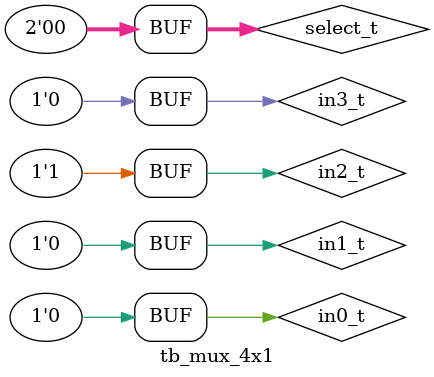
<source format=v>
module tb_mux_4x1();

reg in0_t, in1_t, in2_t, in3_t;
reg [1:0] select_t;
wire out_t;

mux_4x1 mux_4x1_tb
(
	.in0(in0_t),
	.in1(in1_t),
	.in2(in2_t),
	.in3(in3_t),
	.select(select_t),
	.out(out_t)
);

initial
begin
	in0_t = 0;
	in1_t = 0;
	in2_t = 1;
	in3_t = 0;
	select_t = 0;
end

always
begin
	#5 in0_t = 1;
	#5 in0_t = 0;
end

always
begin
	#30 in3_t = 1;
	#30 in3_t = 0;
end

always
begin
	#50 select_t = 1;
	#50 select_t = 2;
	#50 select_t = 3;
	#50 select_t = 0;
end

endmodule

	


</source>
